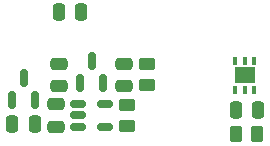
<source format=gbr>
%TF.GenerationSoftware,KiCad,Pcbnew,(6.0.0)*%
%TF.CreationDate,2022-03-17T14:09:45-06:00*%
%TF.ProjectId,sensor-board,73656e73-6f72-42d6-926f-6172642e6b69,rev?*%
%TF.SameCoordinates,Original*%
%TF.FileFunction,Paste,Bot*%
%TF.FilePolarity,Positive*%
%FSLAX46Y46*%
G04 Gerber Fmt 4.6, Leading zero omitted, Abs format (unit mm)*
G04 Created by KiCad (PCBNEW (6.0.0)) date 2022-03-17 14:09:45*
%MOMM*%
%LPD*%
G01*
G04 APERTURE LIST*
G04 Aperture macros list*
%AMRoundRect*
0 Rectangle with rounded corners*
0 $1 Rounding radius*
0 $2 $3 $4 $5 $6 $7 $8 $9 X,Y pos of 4 corners*
0 Add a 4 corners polygon primitive as box body*
4,1,4,$2,$3,$4,$5,$6,$7,$8,$9,$2,$3,0*
0 Add four circle primitives for the rounded corners*
1,1,$1+$1,$2,$3*
1,1,$1+$1,$4,$5*
1,1,$1+$1,$6,$7*
1,1,$1+$1,$8,$9*
0 Add four rect primitives between the rounded corners*
20,1,$1+$1,$2,$3,$4,$5,0*
20,1,$1+$1,$4,$5,$6,$7,0*
20,1,$1+$1,$6,$7,$8,$9,0*
20,1,$1+$1,$8,$9,$2,$3,0*%
G04 Aperture macros list end*
%ADD10RoundRect,0.250000X-0.262500X-0.450000X0.262500X-0.450000X0.262500X0.450000X-0.262500X0.450000X0*%
%ADD11RoundRect,0.250000X-0.250000X-0.475000X0.250000X-0.475000X0.250000X0.475000X-0.250000X0.475000X0*%
%ADD12RoundRect,0.150000X0.150000X-0.587500X0.150000X0.587500X-0.150000X0.587500X-0.150000X-0.587500X0*%
%ADD13RoundRect,0.250000X0.475000X-0.250000X0.475000X0.250000X-0.475000X0.250000X-0.475000X-0.250000X0*%
%ADD14RoundRect,0.250000X0.250000X0.475000X-0.250000X0.475000X-0.250000X-0.475000X0.250000X-0.475000X0*%
%ADD15RoundRect,0.250000X-0.475000X0.250000X-0.475000X-0.250000X0.475000X-0.250000X0.475000X0.250000X0*%
%ADD16R,0.450000X0.750000*%
%ADD17R,1.740000X1.350000*%
%ADD18RoundRect,0.250000X0.450000X-0.262500X0.450000X0.262500X-0.450000X0.262500X-0.450000X-0.262500X0*%
%ADD19RoundRect,0.250000X-0.450000X0.262500X-0.450000X-0.262500X0.450000X-0.262500X0.450000X0.262500X0*%
%ADD20RoundRect,0.150000X-0.512500X-0.150000X0.512500X-0.150000X0.512500X0.150000X-0.512500X0.150000X0*%
G04 APERTURE END LIST*
D10*
%TO.C,R4*%
X152677500Y-71325000D03*
X154502500Y-71325000D03*
%TD*%
D11*
%TO.C,C5*%
X133747000Y-70462500D03*
X135647000Y-70462500D03*
%TD*%
D12*
%TO.C,U3*%
X135647000Y-68460000D03*
X133747000Y-68460000D03*
X134697000Y-66585000D03*
%TD*%
D13*
%TO.C,C2*%
X137735000Y-67260000D03*
X137735000Y-65360000D03*
%TD*%
D14*
%TO.C,C4*%
X139575000Y-61000000D03*
X137675000Y-61000000D03*
%TD*%
D11*
%TO.C,C6*%
X152665000Y-69300000D03*
X154565000Y-69300000D03*
%TD*%
D12*
%TO.C,Q1*%
X141405000Y-67027500D03*
X139505000Y-67027500D03*
X140455000Y-65152500D03*
%TD*%
D15*
%TO.C,C1*%
X137425000Y-68770000D03*
X137425000Y-70670000D03*
%TD*%
D16*
%TO.C,U4*%
X152625000Y-65100000D03*
X153425000Y-65100000D03*
X154225000Y-65100000D03*
X154225000Y-67600000D03*
X153425000Y-67600000D03*
X152625000Y-67600000D03*
D17*
X153425000Y-66350000D03*
%TD*%
D15*
%TO.C,C3*%
X143190000Y-65337500D03*
X143190000Y-67237500D03*
%TD*%
D18*
%TO.C,R1*%
X143475000Y-70662500D03*
X143475000Y-68837500D03*
%TD*%
D19*
%TO.C,R3*%
X145140000Y-65362500D03*
X145140000Y-67187500D03*
%TD*%
D20*
%TO.C,U1*%
X139327500Y-70670000D03*
X139327500Y-69720000D03*
X139327500Y-68770000D03*
X141602500Y-68770000D03*
X141602500Y-70670000D03*
%TD*%
M02*

</source>
